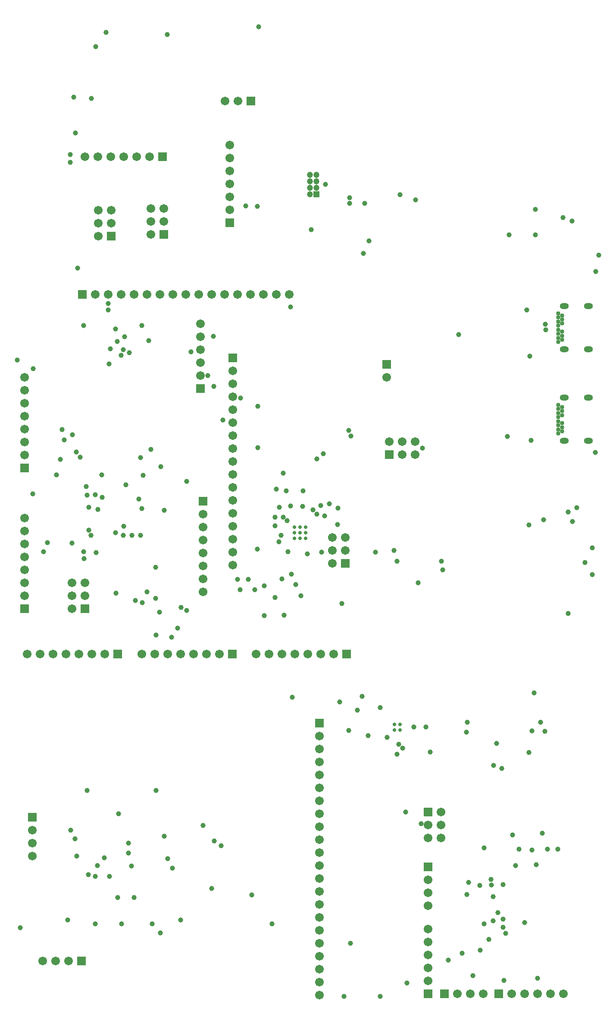
<source format=gbs>
G04*
G04 #@! TF.GenerationSoftware,Altium Limited,Altium Designer,20.0.9 (164)*
G04*
G04 Layer_Color=16711935*
%FSLAX25Y25*%
%MOIN*%
G70*
G01*
G75*
%ADD147C,0.06706*%
%ADD148R,0.06706X0.06706*%
%ADD149R,0.06706X0.06706*%
%ADD150C,0.04737*%
%ADD151R,0.04737X0.04737*%
%ADD152C,0.03359*%
%ADD153O,0.07099X0.04737*%
%ADD154C,0.03950*%
%ADD155C,0.02769*%
D147*
X829000Y1012000D02*
D03*
X839000D02*
D03*
X829000Y1002000D02*
D03*
X839000D02*
D03*
X829000Y992000D02*
D03*
X788500Y1010500D02*
D03*
X798500D02*
D03*
X788500Y1000500D02*
D03*
X798500D02*
D03*
X788500Y990500D02*
D03*
X959500Y604500D02*
D03*
Y594500D02*
D03*
Y584500D02*
D03*
Y574500D02*
D03*
Y564500D02*
D03*
Y554500D02*
D03*
Y544500D02*
D03*
Y534500D02*
D03*
Y524500D02*
D03*
Y514500D02*
D03*
Y504500D02*
D03*
Y494500D02*
D03*
Y484500D02*
D03*
Y474500D02*
D03*
Y464500D02*
D03*
Y454500D02*
D03*
Y444500D02*
D03*
Y434500D02*
D03*
Y424500D02*
D03*
Y414500D02*
D03*
Y404500D02*
D03*
X890000Y1021000D02*
D03*
Y1011000D02*
D03*
Y1031000D02*
D03*
Y1041000D02*
D03*
Y1051000D02*
D03*
Y1061000D02*
D03*
X1013500Y832000D02*
D03*
X1023500Y822000D02*
D03*
Y832000D02*
D03*
X1033500Y822000D02*
D03*
Y832000D02*
D03*
X896500Y1095000D02*
D03*
X886500D02*
D03*
X778000Y1052000D02*
D03*
X788000D02*
D03*
X798000D02*
D03*
X808000D02*
D03*
X828000D02*
D03*
X818000D02*
D03*
X1043500Y473500D02*
D03*
Y483500D02*
D03*
Y493500D02*
D03*
X745500Y431000D02*
D03*
X755500D02*
D03*
X765500D02*
D03*
X737500Y512000D02*
D03*
Y522000D02*
D03*
Y532000D02*
D03*
X936000Y945500D02*
D03*
X926000D02*
D03*
X916000D02*
D03*
X906000D02*
D03*
X896000D02*
D03*
X886000D02*
D03*
X876000D02*
D03*
X866000D02*
D03*
X856000D02*
D03*
X846000D02*
D03*
X836000D02*
D03*
X826000D02*
D03*
X816000D02*
D03*
X806000D02*
D03*
X796000D02*
D03*
X786000D02*
D03*
X731500Y821500D02*
D03*
Y831500D02*
D03*
Y841500D02*
D03*
Y851500D02*
D03*
Y861500D02*
D03*
Y871500D02*
D03*
Y881500D02*
D03*
X1011500D02*
D03*
X731500Y713000D02*
D03*
Y723000D02*
D03*
Y733000D02*
D03*
Y743000D02*
D03*
Y753000D02*
D03*
Y763000D02*
D03*
Y773000D02*
D03*
X892500Y736500D02*
D03*
Y746500D02*
D03*
Y756500D02*
D03*
Y766500D02*
D03*
Y776500D02*
D03*
Y786500D02*
D03*
Y796500D02*
D03*
Y806500D02*
D03*
Y816500D02*
D03*
Y826500D02*
D03*
Y836500D02*
D03*
Y846500D02*
D03*
Y856500D02*
D03*
Y866500D02*
D03*
Y876500D02*
D03*
Y886500D02*
D03*
X793500Y668000D02*
D03*
X783500D02*
D03*
X773500D02*
D03*
X763500D02*
D03*
X753500D02*
D03*
X743500D02*
D03*
X733500D02*
D03*
X882000D02*
D03*
X872000D02*
D03*
X862000D02*
D03*
X852000D02*
D03*
X842000D02*
D03*
X832000D02*
D03*
X822000D02*
D03*
X1043500Y415500D02*
D03*
Y425500D02*
D03*
Y435500D02*
D03*
Y445500D02*
D03*
Y455500D02*
D03*
X1086000Y405500D02*
D03*
X1076000D02*
D03*
X1066000D02*
D03*
X869500Y776000D02*
D03*
Y766000D02*
D03*
Y756000D02*
D03*
Y746000D02*
D03*
Y736000D02*
D03*
Y726000D02*
D03*
Y716000D02*
D03*
X970500Y668000D02*
D03*
X960500D02*
D03*
X950500D02*
D03*
X940500D02*
D03*
X930500D02*
D03*
X920500D02*
D03*
X910500D02*
D03*
X1108000Y405500D02*
D03*
X1118000D02*
D03*
X1128000D02*
D03*
X1138000D02*
D03*
X1148000D02*
D03*
X867500Y883000D02*
D03*
Y893000D02*
D03*
Y903000D02*
D03*
Y913000D02*
D03*
Y923000D02*
D03*
X969500Y738000D02*
D03*
X979500Y748000D02*
D03*
X969500D02*
D03*
X979500Y758000D02*
D03*
X969500D02*
D03*
X768000Y703000D02*
D03*
X778000Y713000D02*
D03*
X768000D02*
D03*
X778000Y723000D02*
D03*
X768000D02*
D03*
X1053500Y546000D02*
D03*
X1043500Y536000D02*
D03*
X1053500D02*
D03*
X1043500Y526000D02*
D03*
X1053500D02*
D03*
D148*
X839000Y992000D02*
D03*
X798500Y990500D02*
D03*
X959500Y614500D02*
D03*
X890000Y1001000D02*
D03*
X1043500Y503500D02*
D03*
X737500Y542000D02*
D03*
X731500Y811500D02*
D03*
X1011500Y891500D02*
D03*
X731500Y703000D02*
D03*
X892500Y896500D02*
D03*
X1043500Y405500D02*
D03*
X869500Y786000D02*
D03*
X867500Y873000D02*
D03*
X979500Y738000D02*
D03*
X778000Y703000D02*
D03*
X1043500Y546000D02*
D03*
D149*
X1013500Y822000D02*
D03*
X906500Y1095000D02*
D03*
X838000Y1052000D02*
D03*
X775500Y431000D02*
D03*
X776000Y945500D02*
D03*
X803500Y668000D02*
D03*
X892000D02*
D03*
X1056000Y405500D02*
D03*
X980500Y668000D02*
D03*
X1098000Y405500D02*
D03*
D150*
X952000Y1038000D02*
D03*
X957000D02*
D03*
X952000Y1033000D02*
D03*
X957000D02*
D03*
X952000Y1028000D02*
D03*
X957000D02*
D03*
X952000Y1023000D02*
D03*
D151*
X957000D02*
D03*
D152*
X1144185Y847737D02*
D03*
Y850886D02*
D03*
Y844587D02*
D03*
Y854036D02*
D03*
Y841438D02*
D03*
Y857186D02*
D03*
Y838288D02*
D03*
Y860335D02*
D03*
X1146941Y846162D02*
D03*
Y852461D02*
D03*
Y843012D02*
D03*
Y855611D02*
D03*
Y839863D02*
D03*
Y858760D02*
D03*
X1144185Y918425D02*
D03*
Y921575D02*
D03*
Y915276D02*
D03*
Y924724D02*
D03*
Y912126D02*
D03*
Y927874D02*
D03*
Y908976D02*
D03*
Y931024D02*
D03*
X1146941Y916850D02*
D03*
Y923150D02*
D03*
Y913701D02*
D03*
Y926299D02*
D03*
Y910551D02*
D03*
Y929449D02*
D03*
D153*
X1148713Y866123D02*
D03*
Y832501D02*
D03*
X1167335Y866123D02*
D03*
Y832501D02*
D03*
X1148713Y936811D02*
D03*
Y903189D02*
D03*
X1167335Y936811D02*
D03*
Y903189D02*
D03*
D154*
X802000Y715000D02*
D03*
X1023773Y595232D02*
D03*
X1020839Y598166D02*
D03*
X954223Y779150D02*
D03*
X957343Y776075D02*
D03*
X963500Y774500D02*
D03*
X946500Y782000D02*
D03*
X967000Y784000D02*
D03*
X960500Y782500D02*
D03*
X934500Y771000D02*
D03*
X973312Y767888D02*
D03*
X1006500Y626500D02*
D03*
X1100500Y579500D02*
D03*
X1093900Y582000D02*
D03*
X769500Y1098000D02*
D03*
X783000Y1097000D02*
D03*
X902500Y1014000D02*
D03*
X911500Y1013500D02*
D03*
X935000Y747000D02*
D03*
X944925Y713070D02*
D03*
X941000Y721500D02*
D03*
X937700Y729500D02*
D03*
X932000Y698000D02*
D03*
X925000Y711600D02*
D03*
X916806Y697806D02*
D03*
X974961Y631000D02*
D03*
X938500Y634500D02*
D03*
X997000Y605000D02*
D03*
X982000Y608925D02*
D03*
X1019500Y590500D02*
D03*
X1045055Y592200D02*
D03*
X1011700Y603500D02*
D03*
X777025Y921688D02*
D03*
X772500Y966000D02*
D03*
X766700Y1047500D02*
D03*
Y1053700D02*
D03*
X767929Y753500D02*
D03*
X803400Y480000D02*
D03*
X816100D02*
D03*
X788100Y779700D02*
D03*
X780900Y781225D02*
D03*
X930500Y725900D02*
D03*
X982700Y1020300D02*
D03*
X994500Y1016000D02*
D03*
X982700D02*
D03*
X946800Y794100D02*
D03*
X832600Y711063D02*
D03*
X1016891Y747909D02*
D03*
X1026200Y546000D02*
D03*
X1143567Y517400D02*
D03*
X770700Y1070400D02*
D03*
X1122900Y832900D02*
D03*
X1132700Y771700D02*
D03*
X1151600Y777700D02*
D03*
X982100Y840800D02*
D03*
X983700Y836300D02*
D03*
X931500Y807500D02*
D03*
X957400Y818700D02*
D03*
X949900Y745400D02*
D03*
X924979Y767100D02*
D03*
X911500Y749100D02*
D03*
X931379Y773775D02*
D03*
X936968Y782268D02*
D03*
X1067000Y914600D02*
D03*
X806400Y459700D02*
D03*
X786200D02*
D03*
X922600D02*
D03*
X830011D02*
D03*
X933635Y794000D02*
D03*
X1039000Y827000D02*
D03*
X1155200Y770300D02*
D03*
X929700Y759800D02*
D03*
X925000Y773700D02*
D03*
X1073055Y607500D02*
D03*
X976800Y706900D02*
D03*
X926118Y795282D02*
D03*
X928304Y781200D02*
D03*
X928000Y754610D02*
D03*
X1170300Y750000D02*
D03*
X1133900Y922700D02*
D03*
X1164800Y738500D02*
D03*
X988600Y624647D02*
D03*
X1083600Y439400D02*
D03*
X1102100Y416100D02*
D03*
X1123700Y608540D02*
D03*
X1096461Y599139D02*
D03*
X1074800Y491700D02*
D03*
X1086700Y459700D02*
D03*
X1121400Y592000D02*
D03*
X1130236Y615240D02*
D03*
X1038000Y537100D02*
D03*
X1073600Y615200D02*
D03*
X821185Y819500D02*
D03*
X829100Y826100D02*
D03*
X877500Y913400D02*
D03*
X937200Y936100D02*
D03*
X1173200Y963300D02*
D03*
X835675Y700170D02*
D03*
X809700Y798775D02*
D03*
X779089Y797300D02*
D03*
X725700Y894900D02*
D03*
X1033616Y1018700D02*
D03*
X1119600Y933700D02*
D03*
X767025Y532000D02*
D03*
X898500Y865700D02*
D03*
X856800Y801300D02*
D03*
X844900Y681100D02*
D03*
X845602Y502500D02*
D03*
X883400Y520100D02*
D03*
X836376Y452500D02*
D03*
X869500Y535500D02*
D03*
X839500Y527200D02*
D03*
X878100Y523700D02*
D03*
X814200Y504400D02*
D03*
X911600Y859253D02*
D03*
X1086600Y518400D02*
D03*
X786100Y790900D02*
D03*
X911600Y827400D02*
D03*
X728100Y456800D02*
D03*
X746100Y747100D02*
D03*
X876000Y486822D02*
D03*
X907000Y482100D02*
D03*
X771700Y512000D02*
D03*
X785900Y496400D02*
D03*
X842100Y510000D02*
D03*
X770400Y525200D02*
D03*
X832900Y682700D02*
D03*
X814300Y759700D02*
D03*
X973800Y780600D02*
D03*
X997800Y986900D02*
D03*
X822300Y707700D02*
D03*
X771500Y824000D02*
D03*
X760300Y841300D02*
D03*
X756000Y806400D02*
D03*
X873200Y882900D02*
D03*
X777500Y741800D02*
D03*
X801869Y761573D02*
D03*
X832627Y735000D02*
D03*
X817000Y709200D02*
D03*
X807800Y759800D02*
D03*
X896100Y725500D02*
D03*
X849600Y688100D02*
D03*
X909400Y717700D02*
D03*
X821185Y759800D02*
D03*
X852300Y703900D02*
D03*
X856800Y701800D02*
D03*
X827305Y909905D02*
D03*
X812275Y900725D02*
D03*
X806100Y898700D02*
D03*
X802975Y909200D02*
D03*
X808800Y912925D02*
D03*
X797700Y903500D02*
D03*
X860200Y901200D02*
D03*
X796700Y891875D02*
D03*
X822000Y921500D02*
D03*
X801800Y919100D02*
D03*
X795900Y933700D02*
D03*
X790900Y806200D02*
D03*
X1131650Y529650D02*
D03*
X1123567Y516500D02*
D03*
X1091967Y493900D02*
D03*
X1090500Y447600D02*
D03*
X804000Y544500D02*
D03*
X811600Y514400D02*
D03*
X793000Y510600D02*
D03*
X839500Y778900D02*
D03*
X877600Y874800D02*
D03*
X774500Y819900D02*
D03*
X1154800Y1002400D02*
D03*
X1021780Y1022500D02*
D03*
X904400Y725500D02*
D03*
X1058900Y431500D02*
D03*
X978300Y403800D02*
D03*
X1121500Y767700D02*
D03*
X1158300Y781104D02*
D03*
X791300Y789100D02*
D03*
X819800Y787500D02*
D03*
X898200Y717800D02*
D03*
X808200Y766800D02*
D03*
X1121900Y898000D02*
D03*
X1113600Y517200D02*
D03*
X1151768Y699400D02*
D03*
X1170300Y729300D02*
D03*
X1111100Y504500D02*
D03*
X786500Y1137000D02*
D03*
X794400Y1148100D02*
D03*
X841800Y1146200D02*
D03*
X738100Y888300D02*
D03*
X737700Y791500D02*
D03*
X782800Y759800D02*
D03*
X912300Y1152400D02*
D03*
X1032500Y611600D02*
D03*
X1041800D02*
D03*
X1125300Y638000D02*
D03*
X1133700Y608400D02*
D03*
X1054600Y732900D02*
D03*
X992400Y635400D02*
D03*
X1053600Y739800D02*
D03*
X1019400D02*
D03*
X1035600Y722900D02*
D03*
X1078200Y419800D02*
D03*
X1069600Y437100D02*
D03*
X1006400Y403700D02*
D03*
X749200Y754100D02*
D03*
X777200Y747100D02*
D03*
X1093700Y461900D02*
D03*
X1073400Y482300D02*
D03*
X1083300Y489400D02*
D03*
X1101250Y457083D02*
D03*
X1103400Y452300D02*
D03*
X1126900Y505400D02*
D03*
X1128200Y417700D02*
D03*
X964000Y1030800D02*
D03*
X780700Y497800D02*
D03*
X797100Y496372D02*
D03*
X787700Y504700D02*
D03*
X1027200Y414000D02*
D03*
X953100Y995600D02*
D03*
X993400Y977300D02*
D03*
X1002800Y746500D02*
D03*
X1097400Y468300D02*
D03*
X780900Y763600D02*
D03*
X779800Y790800D02*
D03*
X825900Y715900D02*
D03*
X1101300Y490100D02*
D03*
X1092300Y489500D02*
D03*
X1118000Y460500D02*
D03*
X1108700Y528300D02*
D03*
X1135800Y517400D02*
D03*
X983300Y444500D02*
D03*
X1134400Y918300D02*
D03*
X786800Y746400D02*
D03*
X962500Y822500D02*
D03*
X1104600Y836100D02*
D03*
X1101300Y463300D02*
D03*
X822163Y780337D02*
D03*
X768400Y837200D02*
D03*
X1175500Y976000D02*
D03*
X1106200Y991500D02*
D03*
X1126300D02*
D03*
X1093800Y480663D02*
D03*
X811558Y521858D02*
D03*
X779800Y562600D02*
D03*
X833000D02*
D03*
X851900Y462800D02*
D03*
X764600D02*
D03*
X1172625Y823625D02*
D03*
X960900Y746600D02*
D03*
X1126300Y1011400D02*
D03*
X916757Y720775D02*
D03*
X1147661Y1005100D02*
D03*
X762100Y833300D02*
D03*
X884700Y848700D02*
D03*
X836724Y812699D02*
D03*
X807825Y903125D02*
D03*
X795900Y938500D02*
D03*
X823154Y806100D02*
D03*
X759000Y818400D02*
D03*
D155*
X948831Y757169D02*
D03*
X944500D02*
D03*
X940169D02*
D03*
X948831Y761500D02*
D03*
X944500D02*
D03*
X940169D02*
D03*
X948831Y765831D02*
D03*
X944500D02*
D03*
X940169D02*
D03*
X1021760Y613650D02*
D03*
Y609319D02*
D03*
X1017429Y613650D02*
D03*
Y609319D02*
D03*
M02*

</source>
